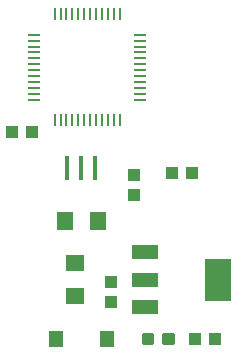
<source format=gtp>
G75*
%MOIN*%
%OFA0B0*%
%FSLAX25Y25*%
%IPPOS*%
%LPD*%
%AMOC8*
5,1,8,0,0,1.08239X$1,22.5*
%
%ADD10R,0.06299X0.05512*%
%ADD11R,0.03937X0.04331*%
%ADD12R,0.05512X0.06299*%
%ADD13R,0.04331X0.03937*%
%ADD14R,0.05000X0.05787*%
%ADD15R,0.08800X0.04800*%
%ADD16R,0.08661X0.14173*%
%ADD17R,0.00787X0.03937*%
%ADD18R,0.03937X0.00787*%
%ADD19R,0.01575X0.07874*%
%ADD20C,0.01181*%
D10*
X0064386Y0031315D03*
X0064386Y0042339D03*
D11*
X0076197Y0036236D03*
X0076197Y0029543D03*
X0084071Y0064976D03*
X0084071Y0071669D03*
D12*
X0071866Y0056512D03*
X0060843Y0056512D03*
D13*
X0050016Y0086039D03*
X0043323Y0086039D03*
X0096472Y0072260D03*
X0103165Y0072260D03*
X0104346Y0017142D03*
X0111039Y0017142D03*
D14*
X0057890Y0017142D03*
X0074819Y0017142D03*
D15*
X0087619Y0027727D03*
X0087619Y0036827D03*
X0087619Y0045927D03*
D16*
X0112020Y0036827D03*
D17*
X0079150Y0089976D03*
X0077181Y0089976D03*
X0075213Y0089976D03*
X0073244Y0089976D03*
X0071276Y0089976D03*
X0069307Y0089976D03*
X0067339Y0089976D03*
X0065370Y0089976D03*
X0063402Y0089976D03*
X0061433Y0089976D03*
X0059465Y0089976D03*
X0057496Y0089976D03*
X0057496Y0125409D03*
X0059465Y0125409D03*
X0061433Y0125409D03*
X0063402Y0125409D03*
X0065370Y0125409D03*
X0067339Y0125409D03*
X0069307Y0125409D03*
X0071276Y0125409D03*
X0073244Y0125409D03*
X0075213Y0125409D03*
X0077181Y0125409D03*
X0079150Y0125409D03*
D18*
X0086039Y0118520D03*
X0086039Y0116551D03*
X0086039Y0114583D03*
X0086039Y0112614D03*
X0086039Y0110646D03*
X0086039Y0108677D03*
X0086039Y0106709D03*
X0086039Y0104740D03*
X0086039Y0102772D03*
X0086039Y0100803D03*
X0086039Y0098835D03*
X0086039Y0096866D03*
X0050606Y0096866D03*
X0050606Y0098835D03*
X0050606Y0100803D03*
X0050606Y0102772D03*
X0050606Y0104740D03*
X0050606Y0106709D03*
X0050606Y0108677D03*
X0050606Y0110646D03*
X0050606Y0112614D03*
X0050606Y0114583D03*
X0050606Y0116551D03*
X0050606Y0118520D03*
D19*
X0061630Y0074228D03*
X0066354Y0074228D03*
X0071079Y0074228D03*
D20*
X0089870Y0018520D02*
X0089870Y0015764D01*
X0087114Y0015764D01*
X0087114Y0018520D01*
X0089870Y0018520D01*
X0089870Y0016944D02*
X0087114Y0016944D01*
X0087114Y0018124D02*
X0089870Y0018124D01*
X0096776Y0018520D02*
X0096776Y0015764D01*
X0094020Y0015764D01*
X0094020Y0018520D01*
X0096776Y0018520D01*
X0096776Y0016944D02*
X0094020Y0016944D01*
X0094020Y0018124D02*
X0096776Y0018124D01*
M02*

</source>
